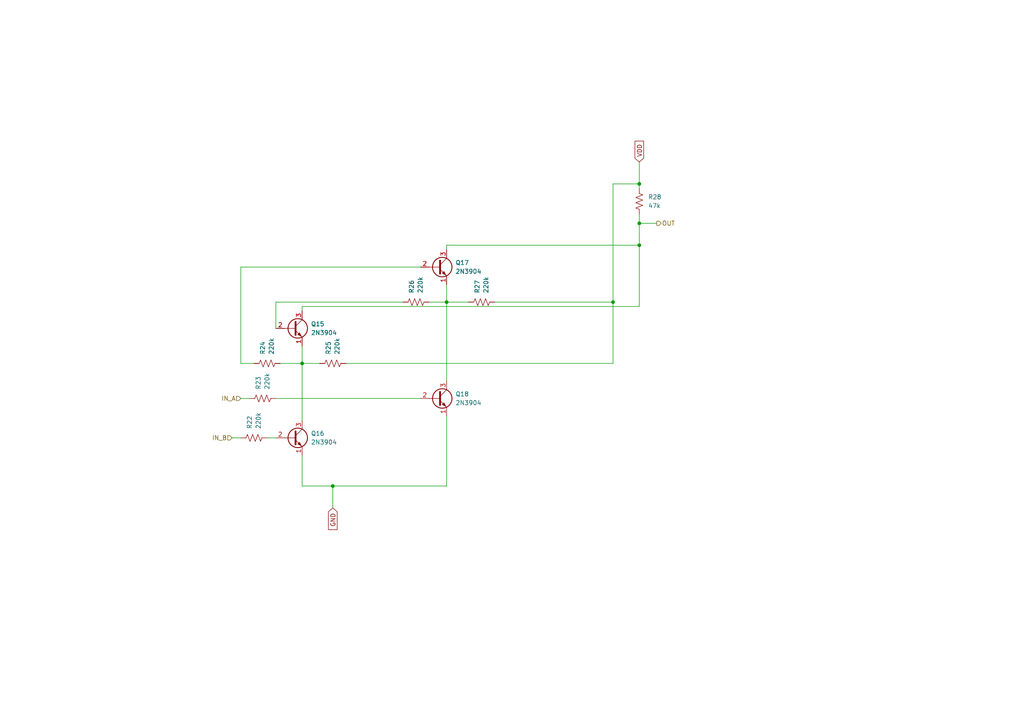
<source format=kicad_sch>
(kicad_sch (version 20250114) (generator "eeschema") (generator_version "9.0")
  (paper "A4")
  (lib_symbols
    (symbol "Device:R_US" (pin_numbers (hide yes)) (pin_names (offset 0))
      (property "Reference" "R" (at 2.54 0 90))
      (property "Value" "R_US" (at -2.54 0 90))
      (symbol "R_US_0_1"
        (polyline (pts (xy 0 2.286) (xy 0 2.54)))
        (polyline (pts (xy 0 2.286) (xy 1.016 1.905) (xy 0 1.524) (xy -1.016 1.143) (xy 0 0.762)))
        (polyline (pts (xy 0 0.762) (xy 1.016 0.381) (xy 0 0) (xy -1.016 -0.381) (xy 0 -0.762)))
        (polyline (pts (xy 0 -0.762) (xy 1.016 -1.143) (xy 0 -1.524) (xy -1.016 -1.905) (xy 0 -2.286)))
        (polyline (pts (xy 0 -2.286) (xy 0 -2.54)))
      )
      (symbol "R_US_1_1"
        (pin passive line (at 0 3.81 270) (length 1.27) (name "~") (number "1"))
        (pin passive line (at 0 -3.81 90) (length 1.27) (name "~") (number "2"))
      )
    )
    (symbol "Transistor_BJT:2N3904" (pin_names (offset 0) (hide yes))
      (property "Reference" "Q" (at 5.08 1.905 0))
      (property "Value" "2N3904" (at 5.08 0 0))
      (symbol "2N3904_0_1"
        (polyline (pts (xy -2.54 0) (xy 0.635 0)))
        (polyline (pts (xy 0.635 1.905) (xy 0.635 -1.905)) (stroke (width 0.508)))
        (circle (center 1.27 0) (radius 2.8194) (stroke (width 0.254)))
      )
      (symbol "2N3904_1_1"
        (polyline (pts (xy 0.635 0.635) (xy 2.54 2.54)))
        (polyline (pts (xy 0.635 -0.635) (xy 2.54 -2.54)))
        (polyline (pts (xy 1.27 -1.778) (xy 1.778 -1.27) (xy 2.286 -2.286) (xy 1.27 -1.778)) (fill (type outline)))
        (pin input line (at -5.08 0 0) (length 2.54) (name "B") (number "2"))
        (pin passive line (at 2.54 5.08 270) (length 2.54) (name "C") (number "3"))
        (pin passive line (at 2.54 -5.08 90) (length 2.54) (name "E") (number "1"))
      )
    )
  )
  (junction (at 129.54 87.63))
  (junction (at 177.8 87.63))
  (junction (at 185.42 53.34))
  (junction (at 87.63 105.41))
  (junction (at 96.52 140.97))
  (junction (at 185.42 71.12))
  (junction (at 185.42 64.77))
  (wire (pts (xy 87.63 88.9) (xy 185.42 88.9)))
  (wire (pts (xy 69.85 115.57) (xy 72.39 115.57)))
  (wire (pts (xy 185.42 64.77) (xy 190.5 64.77)))
  (wire (pts (xy 129.54 87.63) (xy 129.54 110.49)))
  (wire (pts (xy 87.63 140.97) (xy 96.52 140.97)))
  (wire (pts (xy 129.54 71.12) (xy 185.42 71.12)))
  (wire (pts (xy 80.01 115.57) (xy 121.92 115.57)))
  (wire (pts (xy 129.54 140.97) (xy 96.52 140.97)))
  (wire (pts (xy 87.63 100.33) (xy 87.63 105.41)))
  (wire (pts (xy 80.01 87.63) (xy 116.84 87.63)))
  (wire (pts (xy 185.42 62.23) (xy 185.42 64.77)))
  (wire (pts (xy 96.52 140.97) (xy 96.52 147.32)))
  (wire (pts (xy 177.8 105.41) (xy 177.8 87.63)))
  (wire (pts (xy 177.8 53.34) (xy 177.8 87.63)))
  (wire (pts (xy 87.63 132.08) (xy 87.63 140.97)))
  (wire (pts (xy 135.89 87.63) (xy 129.54 87.63)))
  (wire (pts (xy 185.42 71.12) (xy 185.42 88.9)))
  (wire (pts (xy 87.63 88.9) (xy 87.63 90.17)))
  (wire (pts (xy 80.01 95.25) (xy 80.01 87.63)))
  (wire (pts (xy 177.8 53.34) (xy 185.42 53.34)))
  (wire (pts (xy 185.42 64.77) (xy 185.42 71.12)))
  (wire (pts (xy 129.54 87.63) (xy 129.54 82.55)))
  (wire (pts (xy 87.63 105.41) (xy 92.71 105.41)))
  (wire (pts (xy 185.42 46.99) (xy 185.42 53.34)))
  (wire (pts (xy 69.85 105.41) (xy 73.66 105.41)))
  (wire (pts (xy 100.33 105.41) (xy 177.8 105.41)))
  (wire (pts (xy 129.54 71.12) (xy 129.54 72.39)))
  (wire (pts (xy 67.31 127) (xy 69.85 127)))
  (wire (pts (xy 69.85 77.47) (xy 69.85 105.41)))
  (wire (pts (xy 121.92 77.47) (xy 69.85 77.47)))
  (wire (pts (xy 77.47 127) (xy 80.01 127)))
  (wire (pts (xy 129.54 120.65) (xy 129.54 140.97)))
  (wire (pts (xy 185.42 54.61) (xy 185.42 53.34)))
  (wire (pts (xy 81.28 105.41) (xy 87.63 105.41)))
  (wire (pts (xy 124.46 87.63) (xy 129.54 87.63)))
  (wire (pts (xy 143.51 87.63) (xy 177.8 87.63)))
  (wire (pts (xy 87.63 121.92) (xy 87.63 105.41)))
  (global_label "GND" (shape input) (at 96.52 147.32 270) (property "Intersheetrefs" "${INTERSHEET_REFS}" (effects (hide yes))))
  (global_label "VDD" (shape input) (at 185.42 46.99 90) (property "Intersheetrefs" "${INTERSHEET_REFS}" (effects (hide yes))))
  (hierarchical_label "OUT" (shape output) (at 190.5 64.77 0))
  (hierarchical_label "IN_B" (shape input) (at 67.31 127 180))
  (hierarchical_label "IN_A" (shape input) (at 69.85 115.57 180))
  (symbol (lib_id "Device:R_US") (at 76.2 115.57 90) (unit 1)
    (property "Reference" "R23" (at 74.9299 113.03 0) (effects (justify left)))
    (property "Value" "220k" (at 77.4699 113.03 0) (effects (justify left)))
    (property "Footprint" "Resistor_THT:R_Axial_DIN0309_L9.0mm_D3.2mm_P15.24mm_Horizontal" (effects (hide yes)))
    (property "Description" "Resistor, US symbol" (effects (hide yes)))
  )
  (symbol (lib_id "Transistor_BJT:2N3904") (at 127 77.47 0) (unit 1)
    (property "Reference" "Q17" (at 132.08 76.1999 0) (effects (justify left)))
    (property "Value" "2N3904" (at 132.08 78.7399 0) (effects (justify left)))
    (property "Footprint" "Package_TO_SOT_THT:TO-92_Inline" (effects (hide yes)))
    (property "Datasheet" "https://www.onsemi.com/pub/Collateral/2N3903-D.PDF" (effects (hide yes)))
    (property "Description" "0.2A Ic, 40V Vce, Small Signal NPN Transistor, TO-92" (effects (hide yes)))
  )
  (symbol (lib_id "Device:R_US") (at 185.42 58.42 0) (unit 1)
    (property "Reference" "R28" (at 187.96 57.1499 0) (effects (justify left)))
    (property "Value" "47k" (at 187.96 59.6899 0) (effects (justify left)))
    (property "Footprint" "Resistor_THT:R_Axial_DIN0309_L9.0mm_D3.2mm_P15.24mm_Horizontal" (effects (hide yes)))
    (property "Description" "Resistor, US symbol" (effects (hide yes)))
  )
  (symbol (lib_id "Device:R_US") (at 120.65 87.63 90) (unit 1)
    (property "Reference" "R26" (at 119.3799 85.09 0) (effects (justify left)))
    (property "Value" "220k" (at 121.9199 85.09 0) (effects (justify left)))
    (property "Footprint" "Resistor_THT:R_Axial_DIN0309_L9.0mm_D3.2mm_P15.24mm_Horizontal" (effects (hide yes)))
    (property "Description" "Resistor, US symbol" (effects (hide yes)))
  )
  (symbol (lib_id "Device:R_US") (at 96.52 105.41 90) (unit 1)
    (property "Reference" "R25" (at 95.2499 102.87 0) (effects (justify left)))
    (property "Value" "220k" (at 97.7899 102.87 0) (effects (justify left)))
    (property "Footprint" "Resistor_THT:R_Axial_DIN0309_L9.0mm_D3.2mm_P15.24mm_Horizontal" (effects (hide yes)))
    (property "Description" "Resistor, US symbol" (effects (hide yes)))
  )
  (symbol (lib_id "Device:R_US") (at 139.7 87.63 90) (unit 1)
    (property "Reference" "R27" (at 138.4299 85.09 0) (effects (justify left)))
    (property "Value" "220k" (at 140.9699 85.09 0) (effects (justify left)))
    (property "Footprint" "Resistor_THT:R_Axial_DIN0309_L9.0mm_D3.2mm_P15.24mm_Horizontal" (effects (hide yes)))
    (property "Description" "Resistor, US symbol" (effects (hide yes)))
  )
  (symbol (lib_id "Transistor_BJT:2N3904") (at 85.09 127 0) (unit 1)
    (property "Reference" "Q16" (at 90.17 125.7299 0) (effects (justify left)))
    (property "Value" "2N3904" (at 90.17 128.2699 0) (effects (justify left)))
    (property "Footprint" "Package_TO_SOT_THT:TO-92_Inline" (effects (hide yes)))
    (property "Datasheet" "https://www.onsemi.com/pub/Collateral/2N3903-D.PDF" (effects (hide yes)))
    (property "Description" "0.2A Ic, 40V Vce, Small Signal NPN Transistor, TO-92" (effects (hide yes)))
  )
  (symbol (lib_id "Transistor_BJT:2N3904") (at 85.09 95.25 0) (unit 1)
    (property "Reference" "Q15" (at 90.17 93.9799 0) (effects (justify left)))
    (property "Value" "2N3904" (at 90.17 96.5199 0) (effects (justify left)))
    (property "Footprint" "Package_TO_SOT_THT:TO-92_Inline" (effects (hide yes)))
    (property "Datasheet" "https://www.onsemi.com/pub/Collateral/2N3903-D.PDF" (effects (hide yes)))
    (property "Description" "0.2A Ic, 40V Vce, Small Signal NPN Transistor, TO-92" (effects (hide yes)))
  )
  (symbol (lib_id "Device:R_US") (at 77.47 105.41 90) (unit 1)
    (property "Reference" "R24" (at 76.1999 102.87 0) (effects (justify left)))
    (property "Value" "220k" (at 78.7399 102.87 0) (effects (justify left)))
    (property "Footprint" "Resistor_THT:R_Axial_DIN0309_L9.0mm_D3.2mm_P15.24mm_Horizontal" (effects (hide yes)))
    (property "Description" "Resistor, US symbol" (effects (hide yes)))
  )
  (symbol (lib_id "Transistor_BJT:2N3904") (at 127 115.57 0) (unit 1)
    (property "Reference" "Q18" (at 132.08 114.2999 0) (effects (justify left)))
    (property "Value" "2N3904" (at 132.08 116.8399 0) (effects (justify left)))
    (property "Footprint" "Package_TO_SOT_THT:TO-92_Inline" (effects (hide yes)))
    (property "Datasheet" "https://www.onsemi.com/pub/Collateral/2N3903-D.PDF" (effects (hide yes)))
    (property "Description" "0.2A Ic, 40V Vce, Small Signal NPN Transistor, TO-92" (effects (hide yes)))
  )
  (symbol (lib_id "Device:R_US") (at 73.66 127 90) (unit 1)
    (property "Reference" "R22" (at 72.3899 124.46 0) (effects (justify left)))
    (property "Value" "220k" (at 74.9299 124.46 0) (effects (justify left)))
    (property "Footprint" "Resistor_THT:R_Axial_DIN0309_L9.0mm_D3.2mm_P15.24mm_Horizontal" (effects (hide yes)))
    (property "Description" "Resistor, US symbol" (effects (hide yes)))
  )
)
</source>
